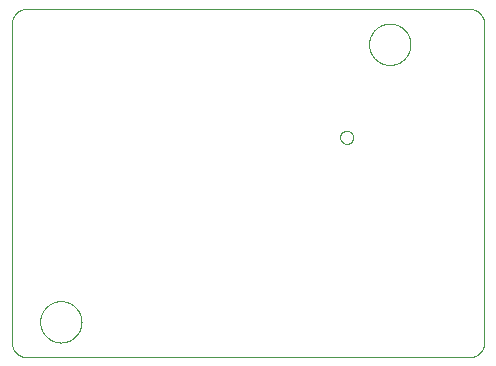
<source format=gko>
G75*
%MOIN*%
%OFA0B0*%
%FSLAX25Y25*%
%IPPOS*%
%LPD*%
%AMOC8*
5,1,8,0,0,1.08239X$1,22.5*
%
%ADD10C,0.00000*%
D10*
X0072713Y0075833D02*
X0220194Y0075833D01*
X0220334Y0075835D01*
X0220474Y0075841D01*
X0220614Y0075851D01*
X0220754Y0075864D01*
X0220893Y0075882D01*
X0221032Y0075904D01*
X0221169Y0075929D01*
X0221307Y0075958D01*
X0221443Y0075991D01*
X0221578Y0076028D01*
X0221712Y0076069D01*
X0221845Y0076114D01*
X0221977Y0076162D01*
X0222107Y0076214D01*
X0222236Y0076269D01*
X0222363Y0076328D01*
X0222489Y0076391D01*
X0222613Y0076457D01*
X0222734Y0076526D01*
X0222854Y0076599D01*
X0222972Y0076676D01*
X0223087Y0076755D01*
X0223201Y0076838D01*
X0223311Y0076924D01*
X0223420Y0077013D01*
X0223526Y0077105D01*
X0223629Y0077200D01*
X0223730Y0077297D01*
X0223827Y0077398D01*
X0223922Y0077501D01*
X0224014Y0077607D01*
X0224103Y0077716D01*
X0224189Y0077826D01*
X0224272Y0077940D01*
X0224351Y0078055D01*
X0224428Y0078173D01*
X0224501Y0078293D01*
X0224570Y0078414D01*
X0224636Y0078538D01*
X0224699Y0078664D01*
X0224758Y0078791D01*
X0224813Y0078920D01*
X0224865Y0079050D01*
X0224913Y0079182D01*
X0224958Y0079315D01*
X0224999Y0079449D01*
X0225036Y0079584D01*
X0225069Y0079720D01*
X0225098Y0079858D01*
X0225123Y0079995D01*
X0225145Y0080134D01*
X0225163Y0080273D01*
X0225176Y0080413D01*
X0225186Y0080553D01*
X0225192Y0080693D01*
X0225194Y0080833D01*
X0225194Y0186975D01*
X0225192Y0187115D01*
X0225186Y0187255D01*
X0225176Y0187395D01*
X0225163Y0187535D01*
X0225145Y0187674D01*
X0225123Y0187813D01*
X0225098Y0187950D01*
X0225069Y0188088D01*
X0225036Y0188224D01*
X0224999Y0188359D01*
X0224958Y0188493D01*
X0224913Y0188626D01*
X0224865Y0188758D01*
X0224813Y0188888D01*
X0224758Y0189017D01*
X0224699Y0189144D01*
X0224636Y0189270D01*
X0224570Y0189394D01*
X0224501Y0189515D01*
X0224428Y0189635D01*
X0224351Y0189753D01*
X0224272Y0189868D01*
X0224189Y0189982D01*
X0224103Y0190092D01*
X0224014Y0190201D01*
X0223922Y0190307D01*
X0223827Y0190410D01*
X0223730Y0190511D01*
X0223629Y0190608D01*
X0223526Y0190703D01*
X0223420Y0190795D01*
X0223311Y0190884D01*
X0223201Y0190970D01*
X0223087Y0191053D01*
X0222972Y0191132D01*
X0222854Y0191209D01*
X0222734Y0191282D01*
X0222613Y0191351D01*
X0222489Y0191417D01*
X0222363Y0191480D01*
X0222236Y0191539D01*
X0222107Y0191594D01*
X0221977Y0191646D01*
X0221845Y0191694D01*
X0221712Y0191739D01*
X0221578Y0191780D01*
X0221443Y0191817D01*
X0221307Y0191850D01*
X0221169Y0191879D01*
X0221032Y0191904D01*
X0220893Y0191926D01*
X0220754Y0191944D01*
X0220614Y0191957D01*
X0220474Y0191967D01*
X0220334Y0191973D01*
X0220194Y0191975D01*
X0072713Y0191975D01*
X0072573Y0191973D01*
X0072433Y0191967D01*
X0072293Y0191957D01*
X0072153Y0191944D01*
X0072014Y0191926D01*
X0071875Y0191904D01*
X0071738Y0191879D01*
X0071600Y0191850D01*
X0071464Y0191817D01*
X0071329Y0191780D01*
X0071195Y0191739D01*
X0071062Y0191694D01*
X0070930Y0191646D01*
X0070800Y0191594D01*
X0070671Y0191539D01*
X0070544Y0191480D01*
X0070418Y0191417D01*
X0070294Y0191351D01*
X0070173Y0191282D01*
X0070053Y0191209D01*
X0069935Y0191132D01*
X0069820Y0191053D01*
X0069706Y0190970D01*
X0069596Y0190884D01*
X0069487Y0190795D01*
X0069381Y0190703D01*
X0069278Y0190608D01*
X0069177Y0190511D01*
X0069080Y0190410D01*
X0068985Y0190307D01*
X0068893Y0190201D01*
X0068804Y0190092D01*
X0068718Y0189982D01*
X0068635Y0189868D01*
X0068556Y0189753D01*
X0068479Y0189635D01*
X0068406Y0189515D01*
X0068337Y0189394D01*
X0068271Y0189270D01*
X0068208Y0189144D01*
X0068149Y0189017D01*
X0068094Y0188888D01*
X0068042Y0188758D01*
X0067994Y0188626D01*
X0067949Y0188493D01*
X0067908Y0188359D01*
X0067871Y0188224D01*
X0067838Y0188088D01*
X0067809Y0187950D01*
X0067784Y0187813D01*
X0067762Y0187674D01*
X0067744Y0187535D01*
X0067731Y0187395D01*
X0067721Y0187255D01*
X0067715Y0187115D01*
X0067713Y0186975D01*
X0067713Y0080833D01*
X0067715Y0080693D01*
X0067721Y0080553D01*
X0067731Y0080413D01*
X0067744Y0080273D01*
X0067762Y0080134D01*
X0067784Y0079995D01*
X0067809Y0079858D01*
X0067838Y0079720D01*
X0067871Y0079584D01*
X0067908Y0079449D01*
X0067949Y0079315D01*
X0067994Y0079182D01*
X0068042Y0079050D01*
X0068094Y0078920D01*
X0068149Y0078791D01*
X0068208Y0078664D01*
X0068271Y0078538D01*
X0068337Y0078414D01*
X0068406Y0078293D01*
X0068479Y0078173D01*
X0068556Y0078055D01*
X0068635Y0077940D01*
X0068718Y0077826D01*
X0068804Y0077716D01*
X0068893Y0077607D01*
X0068985Y0077501D01*
X0069080Y0077398D01*
X0069177Y0077297D01*
X0069278Y0077200D01*
X0069381Y0077105D01*
X0069487Y0077013D01*
X0069596Y0076924D01*
X0069706Y0076838D01*
X0069820Y0076755D01*
X0069935Y0076676D01*
X0070053Y0076599D01*
X0070173Y0076526D01*
X0070294Y0076457D01*
X0070418Y0076391D01*
X0070544Y0076328D01*
X0070671Y0076269D01*
X0070800Y0076214D01*
X0070930Y0076162D01*
X0071062Y0076114D01*
X0071195Y0076069D01*
X0071329Y0076028D01*
X0071464Y0075991D01*
X0071600Y0075958D01*
X0071738Y0075929D01*
X0071875Y0075904D01*
X0072014Y0075882D01*
X0072153Y0075864D01*
X0072293Y0075851D01*
X0072433Y0075841D01*
X0072573Y0075835D01*
X0072713Y0075833D01*
X0077162Y0087644D02*
X0077164Y0087813D01*
X0077170Y0087982D01*
X0077181Y0088151D01*
X0077195Y0088319D01*
X0077214Y0088487D01*
X0077237Y0088655D01*
X0077263Y0088822D01*
X0077294Y0088988D01*
X0077329Y0089154D01*
X0077368Y0089318D01*
X0077412Y0089482D01*
X0077459Y0089644D01*
X0077510Y0089805D01*
X0077565Y0089965D01*
X0077624Y0090124D01*
X0077686Y0090281D01*
X0077753Y0090436D01*
X0077824Y0090590D01*
X0077898Y0090742D01*
X0077976Y0090892D01*
X0078057Y0091040D01*
X0078142Y0091186D01*
X0078231Y0091330D01*
X0078323Y0091472D01*
X0078419Y0091611D01*
X0078518Y0091748D01*
X0078620Y0091883D01*
X0078726Y0092015D01*
X0078835Y0092144D01*
X0078947Y0092271D01*
X0079062Y0092395D01*
X0079180Y0092516D01*
X0079301Y0092634D01*
X0079425Y0092749D01*
X0079552Y0092861D01*
X0079681Y0092970D01*
X0079813Y0093076D01*
X0079948Y0093178D01*
X0080085Y0093277D01*
X0080224Y0093373D01*
X0080366Y0093465D01*
X0080510Y0093554D01*
X0080656Y0093639D01*
X0080804Y0093720D01*
X0080954Y0093798D01*
X0081106Y0093872D01*
X0081260Y0093943D01*
X0081415Y0094010D01*
X0081572Y0094072D01*
X0081731Y0094131D01*
X0081891Y0094186D01*
X0082052Y0094237D01*
X0082214Y0094284D01*
X0082378Y0094328D01*
X0082542Y0094367D01*
X0082708Y0094402D01*
X0082874Y0094433D01*
X0083041Y0094459D01*
X0083209Y0094482D01*
X0083377Y0094501D01*
X0083545Y0094515D01*
X0083714Y0094526D01*
X0083883Y0094532D01*
X0084052Y0094534D01*
X0084221Y0094532D01*
X0084390Y0094526D01*
X0084559Y0094515D01*
X0084727Y0094501D01*
X0084895Y0094482D01*
X0085063Y0094459D01*
X0085230Y0094433D01*
X0085396Y0094402D01*
X0085562Y0094367D01*
X0085726Y0094328D01*
X0085890Y0094284D01*
X0086052Y0094237D01*
X0086213Y0094186D01*
X0086373Y0094131D01*
X0086532Y0094072D01*
X0086689Y0094010D01*
X0086844Y0093943D01*
X0086998Y0093872D01*
X0087150Y0093798D01*
X0087300Y0093720D01*
X0087448Y0093639D01*
X0087594Y0093554D01*
X0087738Y0093465D01*
X0087880Y0093373D01*
X0088019Y0093277D01*
X0088156Y0093178D01*
X0088291Y0093076D01*
X0088423Y0092970D01*
X0088552Y0092861D01*
X0088679Y0092749D01*
X0088803Y0092634D01*
X0088924Y0092516D01*
X0089042Y0092395D01*
X0089157Y0092271D01*
X0089269Y0092144D01*
X0089378Y0092015D01*
X0089484Y0091883D01*
X0089586Y0091748D01*
X0089685Y0091611D01*
X0089781Y0091472D01*
X0089873Y0091330D01*
X0089962Y0091186D01*
X0090047Y0091040D01*
X0090128Y0090892D01*
X0090206Y0090742D01*
X0090280Y0090590D01*
X0090351Y0090436D01*
X0090418Y0090281D01*
X0090480Y0090124D01*
X0090539Y0089965D01*
X0090594Y0089805D01*
X0090645Y0089644D01*
X0090692Y0089482D01*
X0090736Y0089318D01*
X0090775Y0089154D01*
X0090810Y0088988D01*
X0090841Y0088822D01*
X0090867Y0088655D01*
X0090890Y0088487D01*
X0090909Y0088319D01*
X0090923Y0088151D01*
X0090934Y0087982D01*
X0090940Y0087813D01*
X0090942Y0087644D01*
X0090940Y0087475D01*
X0090934Y0087306D01*
X0090923Y0087137D01*
X0090909Y0086969D01*
X0090890Y0086801D01*
X0090867Y0086633D01*
X0090841Y0086466D01*
X0090810Y0086300D01*
X0090775Y0086134D01*
X0090736Y0085970D01*
X0090692Y0085806D01*
X0090645Y0085644D01*
X0090594Y0085483D01*
X0090539Y0085323D01*
X0090480Y0085164D01*
X0090418Y0085007D01*
X0090351Y0084852D01*
X0090280Y0084698D01*
X0090206Y0084546D01*
X0090128Y0084396D01*
X0090047Y0084248D01*
X0089962Y0084102D01*
X0089873Y0083958D01*
X0089781Y0083816D01*
X0089685Y0083677D01*
X0089586Y0083540D01*
X0089484Y0083405D01*
X0089378Y0083273D01*
X0089269Y0083144D01*
X0089157Y0083017D01*
X0089042Y0082893D01*
X0088924Y0082772D01*
X0088803Y0082654D01*
X0088679Y0082539D01*
X0088552Y0082427D01*
X0088423Y0082318D01*
X0088291Y0082212D01*
X0088156Y0082110D01*
X0088019Y0082011D01*
X0087880Y0081915D01*
X0087738Y0081823D01*
X0087594Y0081734D01*
X0087448Y0081649D01*
X0087300Y0081568D01*
X0087150Y0081490D01*
X0086998Y0081416D01*
X0086844Y0081345D01*
X0086689Y0081278D01*
X0086532Y0081216D01*
X0086373Y0081157D01*
X0086213Y0081102D01*
X0086052Y0081051D01*
X0085890Y0081004D01*
X0085726Y0080960D01*
X0085562Y0080921D01*
X0085396Y0080886D01*
X0085230Y0080855D01*
X0085063Y0080829D01*
X0084895Y0080806D01*
X0084727Y0080787D01*
X0084559Y0080773D01*
X0084390Y0080762D01*
X0084221Y0080756D01*
X0084052Y0080754D01*
X0083883Y0080756D01*
X0083714Y0080762D01*
X0083545Y0080773D01*
X0083377Y0080787D01*
X0083209Y0080806D01*
X0083041Y0080829D01*
X0082874Y0080855D01*
X0082708Y0080886D01*
X0082542Y0080921D01*
X0082378Y0080960D01*
X0082214Y0081004D01*
X0082052Y0081051D01*
X0081891Y0081102D01*
X0081731Y0081157D01*
X0081572Y0081216D01*
X0081415Y0081278D01*
X0081260Y0081345D01*
X0081106Y0081416D01*
X0080954Y0081490D01*
X0080804Y0081568D01*
X0080656Y0081649D01*
X0080510Y0081734D01*
X0080366Y0081823D01*
X0080224Y0081915D01*
X0080085Y0082011D01*
X0079948Y0082110D01*
X0079813Y0082212D01*
X0079681Y0082318D01*
X0079552Y0082427D01*
X0079425Y0082539D01*
X0079301Y0082654D01*
X0079180Y0082772D01*
X0079062Y0082893D01*
X0078947Y0083017D01*
X0078835Y0083144D01*
X0078726Y0083273D01*
X0078620Y0083405D01*
X0078518Y0083540D01*
X0078419Y0083677D01*
X0078323Y0083816D01*
X0078231Y0083958D01*
X0078142Y0084102D01*
X0078057Y0084248D01*
X0077976Y0084396D01*
X0077898Y0084546D01*
X0077824Y0084698D01*
X0077753Y0084852D01*
X0077686Y0085007D01*
X0077624Y0085164D01*
X0077565Y0085323D01*
X0077510Y0085483D01*
X0077459Y0085644D01*
X0077412Y0085806D01*
X0077368Y0085970D01*
X0077329Y0086134D01*
X0077294Y0086300D01*
X0077263Y0086466D01*
X0077237Y0086633D01*
X0077214Y0086801D01*
X0077195Y0086969D01*
X0077181Y0087137D01*
X0077170Y0087306D01*
X0077164Y0087475D01*
X0077162Y0087644D01*
X0177162Y0149140D02*
X0177164Y0149233D01*
X0177170Y0149325D01*
X0177180Y0149417D01*
X0177194Y0149508D01*
X0177211Y0149599D01*
X0177233Y0149689D01*
X0177258Y0149778D01*
X0177287Y0149866D01*
X0177320Y0149952D01*
X0177357Y0150037D01*
X0177397Y0150121D01*
X0177441Y0150202D01*
X0177488Y0150282D01*
X0177538Y0150360D01*
X0177592Y0150435D01*
X0177649Y0150508D01*
X0177709Y0150578D01*
X0177772Y0150646D01*
X0177838Y0150711D01*
X0177906Y0150773D01*
X0177977Y0150833D01*
X0178051Y0150889D01*
X0178127Y0150942D01*
X0178205Y0150991D01*
X0178285Y0151038D01*
X0178367Y0151080D01*
X0178451Y0151120D01*
X0178536Y0151155D01*
X0178623Y0151187D01*
X0178711Y0151216D01*
X0178800Y0151240D01*
X0178890Y0151261D01*
X0178981Y0151277D01*
X0179073Y0151290D01*
X0179165Y0151299D01*
X0179258Y0151304D01*
X0179350Y0151305D01*
X0179443Y0151302D01*
X0179535Y0151295D01*
X0179627Y0151284D01*
X0179718Y0151269D01*
X0179809Y0151251D01*
X0179899Y0151228D01*
X0179987Y0151202D01*
X0180075Y0151172D01*
X0180161Y0151138D01*
X0180245Y0151101D01*
X0180328Y0151059D01*
X0180409Y0151015D01*
X0180489Y0150967D01*
X0180566Y0150916D01*
X0180640Y0150861D01*
X0180713Y0150803D01*
X0180783Y0150743D01*
X0180850Y0150679D01*
X0180914Y0150613D01*
X0180976Y0150543D01*
X0181034Y0150472D01*
X0181089Y0150398D01*
X0181141Y0150321D01*
X0181190Y0150242D01*
X0181236Y0150162D01*
X0181278Y0150079D01*
X0181316Y0149995D01*
X0181351Y0149909D01*
X0181382Y0149822D01*
X0181409Y0149734D01*
X0181432Y0149644D01*
X0181452Y0149554D01*
X0181468Y0149463D01*
X0181480Y0149371D01*
X0181488Y0149279D01*
X0181492Y0149186D01*
X0181492Y0149094D01*
X0181488Y0149001D01*
X0181480Y0148909D01*
X0181468Y0148817D01*
X0181452Y0148726D01*
X0181432Y0148636D01*
X0181409Y0148546D01*
X0181382Y0148458D01*
X0181351Y0148371D01*
X0181316Y0148285D01*
X0181278Y0148201D01*
X0181236Y0148118D01*
X0181190Y0148038D01*
X0181141Y0147959D01*
X0181089Y0147882D01*
X0181034Y0147808D01*
X0180976Y0147737D01*
X0180914Y0147667D01*
X0180850Y0147601D01*
X0180783Y0147537D01*
X0180713Y0147477D01*
X0180640Y0147419D01*
X0180566Y0147364D01*
X0180489Y0147313D01*
X0180410Y0147265D01*
X0180328Y0147221D01*
X0180245Y0147179D01*
X0180161Y0147142D01*
X0180075Y0147108D01*
X0179987Y0147078D01*
X0179899Y0147052D01*
X0179809Y0147029D01*
X0179718Y0147011D01*
X0179627Y0146996D01*
X0179535Y0146985D01*
X0179443Y0146978D01*
X0179350Y0146975D01*
X0179258Y0146976D01*
X0179165Y0146981D01*
X0179073Y0146990D01*
X0178981Y0147003D01*
X0178890Y0147019D01*
X0178800Y0147040D01*
X0178711Y0147064D01*
X0178623Y0147093D01*
X0178536Y0147125D01*
X0178451Y0147160D01*
X0178367Y0147200D01*
X0178285Y0147242D01*
X0178205Y0147289D01*
X0178127Y0147338D01*
X0178051Y0147391D01*
X0177977Y0147447D01*
X0177906Y0147507D01*
X0177838Y0147569D01*
X0177772Y0147634D01*
X0177709Y0147702D01*
X0177649Y0147772D01*
X0177592Y0147845D01*
X0177538Y0147920D01*
X0177488Y0147998D01*
X0177441Y0148078D01*
X0177397Y0148159D01*
X0177357Y0148243D01*
X0177320Y0148328D01*
X0177287Y0148414D01*
X0177258Y0148502D01*
X0177233Y0148591D01*
X0177211Y0148681D01*
X0177194Y0148772D01*
X0177180Y0148863D01*
X0177170Y0148955D01*
X0177164Y0149047D01*
X0177162Y0149140D01*
X0186808Y0180164D02*
X0186810Y0180333D01*
X0186816Y0180502D01*
X0186827Y0180671D01*
X0186841Y0180839D01*
X0186860Y0181007D01*
X0186883Y0181175D01*
X0186909Y0181342D01*
X0186940Y0181508D01*
X0186975Y0181674D01*
X0187014Y0181838D01*
X0187058Y0182002D01*
X0187105Y0182164D01*
X0187156Y0182325D01*
X0187211Y0182485D01*
X0187270Y0182644D01*
X0187332Y0182801D01*
X0187399Y0182956D01*
X0187470Y0183110D01*
X0187544Y0183262D01*
X0187622Y0183412D01*
X0187703Y0183560D01*
X0187788Y0183706D01*
X0187877Y0183850D01*
X0187969Y0183992D01*
X0188065Y0184131D01*
X0188164Y0184268D01*
X0188266Y0184403D01*
X0188372Y0184535D01*
X0188481Y0184664D01*
X0188593Y0184791D01*
X0188708Y0184915D01*
X0188826Y0185036D01*
X0188947Y0185154D01*
X0189071Y0185269D01*
X0189198Y0185381D01*
X0189327Y0185490D01*
X0189459Y0185596D01*
X0189594Y0185698D01*
X0189731Y0185797D01*
X0189870Y0185893D01*
X0190012Y0185985D01*
X0190156Y0186074D01*
X0190302Y0186159D01*
X0190450Y0186240D01*
X0190600Y0186318D01*
X0190752Y0186392D01*
X0190906Y0186463D01*
X0191061Y0186530D01*
X0191218Y0186592D01*
X0191377Y0186651D01*
X0191537Y0186706D01*
X0191698Y0186757D01*
X0191860Y0186804D01*
X0192024Y0186848D01*
X0192188Y0186887D01*
X0192354Y0186922D01*
X0192520Y0186953D01*
X0192687Y0186979D01*
X0192855Y0187002D01*
X0193023Y0187021D01*
X0193191Y0187035D01*
X0193360Y0187046D01*
X0193529Y0187052D01*
X0193698Y0187054D01*
X0193867Y0187052D01*
X0194036Y0187046D01*
X0194205Y0187035D01*
X0194373Y0187021D01*
X0194541Y0187002D01*
X0194709Y0186979D01*
X0194876Y0186953D01*
X0195042Y0186922D01*
X0195208Y0186887D01*
X0195372Y0186848D01*
X0195536Y0186804D01*
X0195698Y0186757D01*
X0195859Y0186706D01*
X0196019Y0186651D01*
X0196178Y0186592D01*
X0196335Y0186530D01*
X0196490Y0186463D01*
X0196644Y0186392D01*
X0196796Y0186318D01*
X0196946Y0186240D01*
X0197094Y0186159D01*
X0197240Y0186074D01*
X0197384Y0185985D01*
X0197526Y0185893D01*
X0197665Y0185797D01*
X0197802Y0185698D01*
X0197937Y0185596D01*
X0198069Y0185490D01*
X0198198Y0185381D01*
X0198325Y0185269D01*
X0198449Y0185154D01*
X0198570Y0185036D01*
X0198688Y0184915D01*
X0198803Y0184791D01*
X0198915Y0184664D01*
X0199024Y0184535D01*
X0199130Y0184403D01*
X0199232Y0184268D01*
X0199331Y0184131D01*
X0199427Y0183992D01*
X0199519Y0183850D01*
X0199608Y0183706D01*
X0199693Y0183560D01*
X0199774Y0183412D01*
X0199852Y0183262D01*
X0199926Y0183110D01*
X0199997Y0182956D01*
X0200064Y0182801D01*
X0200126Y0182644D01*
X0200185Y0182485D01*
X0200240Y0182325D01*
X0200291Y0182164D01*
X0200338Y0182002D01*
X0200382Y0181838D01*
X0200421Y0181674D01*
X0200456Y0181508D01*
X0200487Y0181342D01*
X0200513Y0181175D01*
X0200536Y0181007D01*
X0200555Y0180839D01*
X0200569Y0180671D01*
X0200580Y0180502D01*
X0200586Y0180333D01*
X0200588Y0180164D01*
X0200586Y0179995D01*
X0200580Y0179826D01*
X0200569Y0179657D01*
X0200555Y0179489D01*
X0200536Y0179321D01*
X0200513Y0179153D01*
X0200487Y0178986D01*
X0200456Y0178820D01*
X0200421Y0178654D01*
X0200382Y0178490D01*
X0200338Y0178326D01*
X0200291Y0178164D01*
X0200240Y0178003D01*
X0200185Y0177843D01*
X0200126Y0177684D01*
X0200064Y0177527D01*
X0199997Y0177372D01*
X0199926Y0177218D01*
X0199852Y0177066D01*
X0199774Y0176916D01*
X0199693Y0176768D01*
X0199608Y0176622D01*
X0199519Y0176478D01*
X0199427Y0176336D01*
X0199331Y0176197D01*
X0199232Y0176060D01*
X0199130Y0175925D01*
X0199024Y0175793D01*
X0198915Y0175664D01*
X0198803Y0175537D01*
X0198688Y0175413D01*
X0198570Y0175292D01*
X0198449Y0175174D01*
X0198325Y0175059D01*
X0198198Y0174947D01*
X0198069Y0174838D01*
X0197937Y0174732D01*
X0197802Y0174630D01*
X0197665Y0174531D01*
X0197526Y0174435D01*
X0197384Y0174343D01*
X0197240Y0174254D01*
X0197094Y0174169D01*
X0196946Y0174088D01*
X0196796Y0174010D01*
X0196644Y0173936D01*
X0196490Y0173865D01*
X0196335Y0173798D01*
X0196178Y0173736D01*
X0196019Y0173677D01*
X0195859Y0173622D01*
X0195698Y0173571D01*
X0195536Y0173524D01*
X0195372Y0173480D01*
X0195208Y0173441D01*
X0195042Y0173406D01*
X0194876Y0173375D01*
X0194709Y0173349D01*
X0194541Y0173326D01*
X0194373Y0173307D01*
X0194205Y0173293D01*
X0194036Y0173282D01*
X0193867Y0173276D01*
X0193698Y0173274D01*
X0193529Y0173276D01*
X0193360Y0173282D01*
X0193191Y0173293D01*
X0193023Y0173307D01*
X0192855Y0173326D01*
X0192687Y0173349D01*
X0192520Y0173375D01*
X0192354Y0173406D01*
X0192188Y0173441D01*
X0192024Y0173480D01*
X0191860Y0173524D01*
X0191698Y0173571D01*
X0191537Y0173622D01*
X0191377Y0173677D01*
X0191218Y0173736D01*
X0191061Y0173798D01*
X0190906Y0173865D01*
X0190752Y0173936D01*
X0190600Y0174010D01*
X0190450Y0174088D01*
X0190302Y0174169D01*
X0190156Y0174254D01*
X0190012Y0174343D01*
X0189870Y0174435D01*
X0189731Y0174531D01*
X0189594Y0174630D01*
X0189459Y0174732D01*
X0189327Y0174838D01*
X0189198Y0174947D01*
X0189071Y0175059D01*
X0188947Y0175174D01*
X0188826Y0175292D01*
X0188708Y0175413D01*
X0188593Y0175537D01*
X0188481Y0175664D01*
X0188372Y0175793D01*
X0188266Y0175925D01*
X0188164Y0176060D01*
X0188065Y0176197D01*
X0187969Y0176336D01*
X0187877Y0176478D01*
X0187788Y0176622D01*
X0187703Y0176768D01*
X0187622Y0176916D01*
X0187544Y0177066D01*
X0187470Y0177218D01*
X0187399Y0177372D01*
X0187332Y0177527D01*
X0187270Y0177684D01*
X0187211Y0177843D01*
X0187156Y0178003D01*
X0187105Y0178164D01*
X0187058Y0178326D01*
X0187014Y0178490D01*
X0186975Y0178654D01*
X0186940Y0178820D01*
X0186909Y0178986D01*
X0186883Y0179153D01*
X0186860Y0179321D01*
X0186841Y0179489D01*
X0186827Y0179657D01*
X0186816Y0179826D01*
X0186810Y0179995D01*
X0186808Y0180164D01*
M02*

</source>
